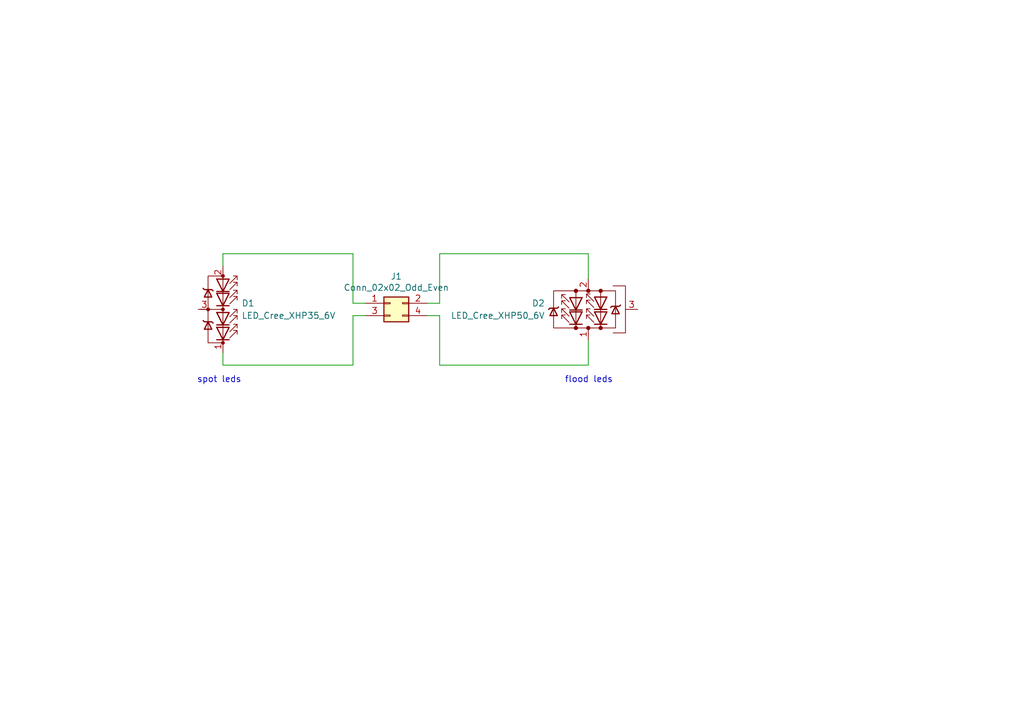
<source format=kicad_sch>
(kicad_sch (version 20230121) (generator eeschema)
  (paper "A5")
  (title_block (title "Helena XHP35 + XHP50 LED Board for KD2") (date "2024-06-14") (rev "1.0"))
  (lib_symbols
    (symbol "XHP35_XHP50_KD2:Conn_02x02_Odd_Even" (pin_names (offset 1.016) hide)
      (property "Reference" "J" (at 1.27 2.54 0))
      (property "Value" "Conn_02x02_Odd_Even" (at 1.27 -5.08 0))
      (symbol "Conn_02x02_Odd_Even_1_1"
        (rectangle (start -1.27 -2.413) (end 0 -2.667) (stroke (width 0.1524)))
        (rectangle (start -1.27 0.127) (end 0 -0.127) (stroke (width 0.1524)))
        (rectangle (start -1.27 1.27) (end 3.81 -3.81) (stroke (width 0.254)) (fill (type background)))
        (rectangle (start 3.81 -2.413) (end 2.54 -2.667) (stroke (width 0.1524)))
        (rectangle (start 3.81 0.127) (end 2.54 -0.127) (stroke (width 0.1524)))
        (pin passive line (at -5.08 0 0) (length 3.81) (name "Pin_1") (number "1"))
        (pin passive line (at 7.62 0 180) (length 3.81) (name "Pin_2") (number "2"))
        (pin passive line (at -5.08 -2.54 0) (length 3.81) (name "Pin_3") (number "3"))
        (pin passive line (at 7.62 -2.54 180) (length 3.81) (name "Pin_4") (number "4"))
      )
    )
    (symbol "XHP35_XHP50_KD2:LED_Cree_XHP50_12V" (pin_names (offset 1.016) hide)
      (property "Reference" "D" (at 0 6.35 0))
      (property "Value" "LED_Cree_XHP50_12V" (at 0 4.445 0))
      (symbol "LED_Cree_XHP50_12V_0_1"
        (circle (center -6.858 0) (radius 0.254) (stroke (width 0.254)) (fill (type outline)))
        (circle (center 0 -3.048) (radius 0.254) (stroke (width 0.254)) (fill (type outline)))
        (polyline (pts (xy -6.35 0) (xy 6.35 0)))
        (polyline (pts (xy -6.223 -1.27) (xy -6.223 1.27)) (stroke (width 0.254)))
        (polyline (pts (xy -3.175 -1.27) (xy -3.175 1.27)) (stroke (width 0.254)))
        (polyline (pts (xy 0 -3.81) (xy 0 -4.572)))
        (polyline (pts (xy 0 0) (xy 0 -4.572)))
        (polyline (pts (xy 0.762 -1.27) (xy 0.762 1.27)) (stroke (width 0.254)))
        (polyline (pts (xy 3.683 -1.27) (xy 3.683 1.27)) (stroke (width 0.254)))
        (polyline (pts (xy -6.858 0) (xy -6.858 -3.048) (xy 6.858 -3.048) (xy 6.858 0)))
        (polyline (pts (xy -3.683 -1.27) (xy -3.683 1.27) (xy -6.223 0) (xy -3.683 -1.27)) (stroke (width 0.254)))
        (polyline (pts (xy -2.286 -4.064) (xy -2.54 -3.81) (xy -2.54 -2.286) (xy -2.794 -2.032)) (stroke (width 0.254)))
        (polyline (pts (xy -0.635 -1.27) (xy -0.635 1.27) (xy -3.175 0) (xy -0.635 -1.27)) (stroke (width 0.254)))
        (polyline (pts (xy 3.302 -1.27) (xy 3.302 1.27) (xy 0.762 0) (xy 3.302 -1.27)) (stroke (width 0.254)))
        (polyline (pts (xy 4.318 -4.064) (xy 4.064 -3.81) (xy 4.064 -2.286) (xy 3.81 -2.032)) (stroke (width 0.254)))
        (polyline (pts (xy 6.223 -1.27) (xy 6.223 1.27) (xy 3.683 0) (xy 6.223 -1.27)) (stroke (width 0.254)))
        (polyline (pts (xy -5.842 1.397) (xy -4.318 2.921) (xy -5.08 2.921) (xy -4.318 2.921) (xy -4.318 2.159)))
        (polyline (pts (xy -4.572 1.397) (xy -3.048 2.921) (xy -3.81 2.921) (xy -3.048 2.921) (xy -3.048 2.159)))
        (polyline (pts (xy -4.064 -3.81) (xy -4.064 -2.286) (xy -2.54 -3.048) (xy -4.064 -3.81) (xy -4.064 -3.556)) (stroke (width 0.254)))
        (polyline (pts (xy -2.794 1.397) (xy -1.27 2.921) (xy -2.032 2.921) (xy -1.27 2.921) (xy -1.27 2.159)))
        (polyline (pts (xy -1.524 1.397) (xy 0 2.921) (xy -0.762 2.921) (xy 0 2.921) (xy 0 2.159)))
        (polyline (pts (xy 1.143 1.397) (xy 2.667 2.921) (xy 1.905 2.921) (xy 2.667 2.921) (xy 2.667 2.159)))
        (polyline (pts (xy 2.413 1.397) (xy 3.937 2.921) (xy 3.175 2.921) (xy 3.937 2.921) (xy 3.937 2.159)))
        (polyline (pts (xy 2.54 -3.81) (xy 2.54 -2.286) (xy 4.064 -3.048) (xy 2.54 -3.81) (xy 2.54 -3.556)) (stroke (width 0.254)))
        (polyline (pts (xy 4.064 1.397) (xy 5.588 2.921) (xy 4.826 2.921) (xy 5.588 2.921) (xy 5.588 2.159)))
        (polyline (pts (xy 5.334 1.397) (xy 6.858 2.921) (xy 6.096 2.921) (xy 6.858 2.921) (xy 6.858 2.159)))
        (circle (center 0 0) (radius 0.254) (stroke (width 0.254)) (fill (type outline)))
        (circle (center 6.858 0) (radius 0.254) (stroke (width 0.254)) (fill (type outline)))
      )
      (symbol "LED_Cree_XHP50_12V_1_1"
        (pin passive line (at -8.89 0 0) (length 2.54) (name "K") (number "1"))
        (pin passive line (at 8.89 0 180) (length 2.54) (name "A") (number "2"))
        (pin passive line (at 0 -5.08 90) (length 2.54) (name "PAD") (number "3"))
      )
    )
    (symbol "XHP35_XHP50_KD2:LED_Cree_XHP50_6V" (pin_names (offset 1.016) hide)
      (property "Reference" "D" (at 0 11.43 0))
      (property "Value" "LED_Cree_XHP50_6V" (at 0 9.525 0))
      (symbol "LED_Cree_XHP50_6V_0_1"
        (circle (center -3.81 -2.54) (radius 0.3556) (fill (type outline)))
        (circle (center -3.81 0) (radius 0.3556) (fill (type outline)))
        (circle (center -3.81 2.54) (radius 0.3556) (fill (type outline)))
        (polyline (pts (xy -3.81 -2.54) (xy 3.81 -2.54)))
        (polyline (pts (xy -3.048 -3.81) (xy -3.048 -1.27)) (stroke (width 0.254)))
        (polyline (pts (xy -3.048 1.27) (xy -3.048 3.81)) (stroke (width 0.254)))
        (polyline (pts (xy -0.127 1.27) (xy -0.127 3.81)) (stroke (width 0.254)))
        (polyline (pts (xy 0 -3.81) (xy 0 -1.27)) (stroke (width 0.254)))
        (polyline (pts (xy 3.81 2.54) (xy -3.81 2.54)))
        (polyline (pts (xy -4.826 -5.08) (xy -4.826 -7.62) (xy 4.826 -7.62) (xy 4.826 -5.08)))
        (polyline (pts (xy -0.508 -3.81) (xy -0.508 -1.27) (xy -3.048 -2.54) (xy -0.508 -3.81)) (stroke (width 0.254)))
        (polyline (pts (xy -0.508 1.27) (xy -0.508 3.81) (xy -3.048 2.54) (xy -0.508 1.27)) (stroke (width 0.254)))
        (polyline (pts (xy 0.508 6.096) (xy 0.254 6.35) (xy 0.254 7.874) (xy 0 8.128)) (stroke (width 0.254)))
        (polyline (pts (xy 0.889 -6.604) (xy 0.635 -6.35) (xy 0.635 -4.826) (xy 0.381 -4.572)) (stroke (width 0.254)))
        (polyline (pts (xy 2.413 1.27) (xy 2.413 3.81) (xy -0.127 2.54) (xy 2.413 1.27)) (stroke (width 0.254)))
        (polyline (pts (xy 2.54 -3.81) (xy 2.54 -1.27) (xy 0 -2.54) (xy 2.54 -3.81)) (stroke (width 0.254)))
        (polyline (pts (xy -3.81 -5.588) (xy -3.81 7.112) (xy 3.81 7.112) (xy 3.81 -5.588) (xy -3.81 -5.588)))
        (polyline (pts (xy -2.667 -1.143) (xy -1.143 0.381) (xy -1.905 0.381) (xy -1.143 0.381) (xy -1.143 -0.381)))
        (polyline (pts (xy -2.667 3.937) (xy -1.143 5.461) (xy -1.905 5.461) (xy -1.143 5.461) (xy -1.143 4.699)))
        (polyline (pts (xy -1.397 -1.143) (xy 0.127 0.381) (xy -0.635 0.381) (xy 0.127 0.381) (xy 0.127 -0.381)))
        (polyline (pts (xy -1.397 3.937) (xy 0.127 5.461) (xy -0.635 5.461) (xy 0.127 5.461) (xy 0.127 4.699)))
        (polyline (pts (xy -1.27 6.35) (xy -1.27 7.874) (xy 0.254 7.112) (xy -1.27 6.35) (xy -1.27 6.604)) (stroke (width 0.254)))
        (polyline (pts (xy -0.889 -6.35) (xy -0.889 -4.826) (xy 0.635 -5.588) (xy -0.889 -6.35) (xy -0.889 -6.096)) (stroke (width 0.254)))
        (polyline (pts (xy 0.254 3.937) (xy 1.778 5.461) (xy 1.016 5.461) (xy 1.778 5.461) (xy 1.778 4.699)))
        (polyline (pts (xy 0.381 -1.143) (xy 1.905 0.381) (xy 1.143 0.381) (xy 1.905 0.381) (xy 1.905 -0.381)))
        (polyline (pts (xy 1.524 3.937) (xy 3.048 5.461) (xy 2.286 5.461) (xy 3.048 5.461) (xy 3.048 4.699)))
        (polyline (pts (xy 1.651 -1.143) (xy 3.175 0.381) (xy 2.413 0.381) (xy 3.175 0.381) (xy 3.175 -0.381)))
        (circle (center 3.81 -2.54) (radius 0.3556) (fill (type outline)))
        (circle (center 3.81 0) (radius 0.3556) (fill (type outline)))
        (circle (center 3.81 2.54) (radius 0.3556) (fill (type outline)))
      )
      (symbol "LED_Cree_XHP50_6V_1_1"
        (pin passive line (at -6.35 0 0) (length 2.54) (name "K") (number "1"))
        (pin passive line (at 6.35 0 180) (length 2.54) (name "A") (number "2"))
        (pin passive line (at 0 -10.16 90) (length 2.54) (name "PAD") (number "3"))
      )
    )
  )
  (wire (pts (xy 45.72 72.39) (xy 45.72 74.93)))
  (wire (pts (xy 45.72 52.07) (xy 45.72 54.61)))
  (wire (pts (xy 120.65 52.07) (xy 90.17 52.07)))
  (wire (pts (xy 90.17 74.93) (xy 120.65 74.93)))
  (wire (pts (xy 72.39 52.07) (xy 45.72 52.07)))
  (wire (pts (xy 90.17 62.23) (xy 87.63 62.23)))
  (wire (pts (xy 45.72 74.93) (xy 72.39 74.93)))
  (wire (pts (xy 120.65 74.93) (xy 120.65 69.85)))
  (wire (pts (xy 72.39 62.23) (xy 74.93 62.23)))
  (wire (pts (xy 87.63 64.77) (xy 90.17 64.77)))
  (wire (pts (xy 90.17 52.07) (xy 90.17 62.23)))
  (wire (pts (xy 72.39 52.07) (xy 72.39 62.23)))
  (wire (pts (xy 90.17 74.93) (xy 90.17 64.77)))
  (wire (pts (xy 120.65 57.15) (xy 120.65 52.07)))
  (wire (pts (xy 72.39 74.93) (xy 72.39 64.77)))
  (wire (pts (xy 74.93 64.77) (xy 72.39 64.77)))
  (text "flood leds" (at 125.73 78.74 0) (effects (font (size 1.27 1.27)) (justify right bottom)))
  (text "spot leds" (at 49.53 78.74 0) (effects (font (size 1.27 1.27)) (justify right bottom)))
  (symbol (lib_id "XHP35_XHP50_KD2:Conn_02x02_Odd_Even") (at 80.01 62.23 0) (unit 1)
    (property "Reference" "J1" (at 81.28 56.7182 0))
    (property "Value" "Conn_02x02_Odd_Even" (at 81.28 59.0296 0))
    (property "Footprint" "Connector_PinHeader_2.00mm:PinHeader_2x02_P2.00mm_Vertical_SMD" (effects hide))
  )
  (symbol (lib_id "XHP35_XHP50_KD2:LED_Cree_XHP50_6V") (at 120.65 63.5 90) (unit 1)
    (property "Reference" "D2" (at 111.76 62.23 90) (effects (justify left)))
    (property "Value" "LED_Cree_XHP50_6V" (at 111.76 64.77 90) (effects (justify left)))
    (property "Footprint" "LED_SMD:LED_Cree-XHP50_6V" (effects hide))
    (property "Datasheet" "http://www.cree.com/%7E/media/Files/Cree/LED%20Components%20and%20Modules/XLamp/Data%20and%20Binning/ds%20XHP50.pdf" (effects hide))
  )
  (symbol (lib_id "XHP35_XHP50_KD2:LED_Cree_XHP50_12V") (at 45.72 63.5 270) (mirror x) (unit 1)
    (property "Reference" "D1" (at 49.53 62.23 90) (effects (justify left)))
    (property "Value" "LED_Cree_XHP35_6V" (at 49.53 64.77 90) (effects (justify left)))
    (property "Footprint" "LED_SMD:LED_Cree-XHP50_12V" (effects hide))
    (property "Datasheet" "https://downloads.cree-led.com/files/ds/x/XLamp-XHP35.2.pdf" (effects hide))
  )
)
</source>
